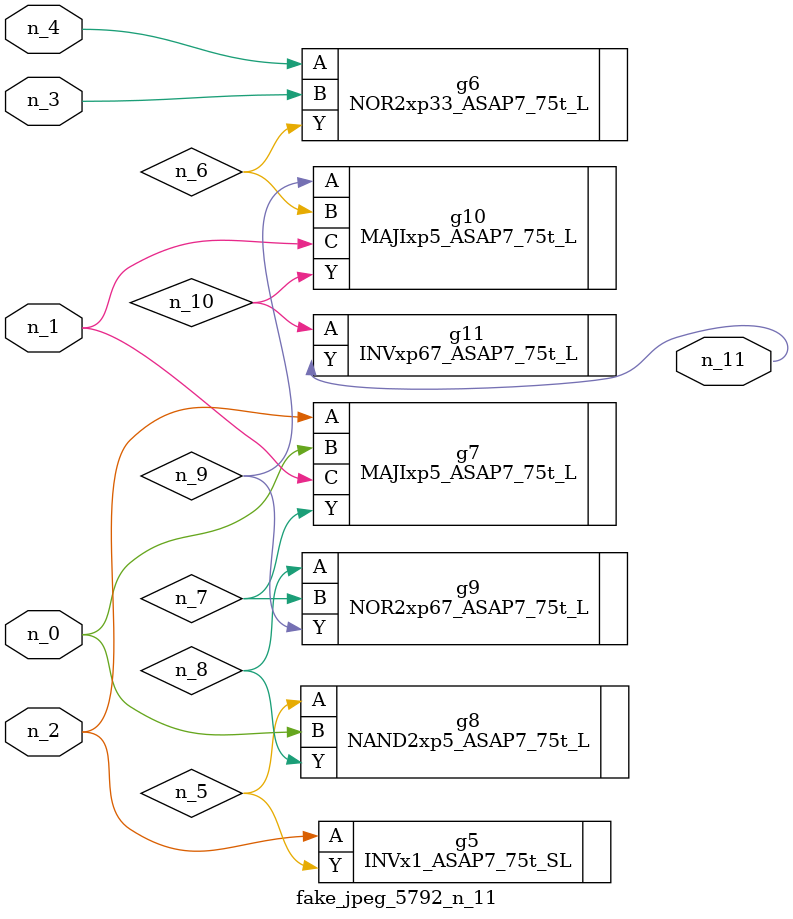
<source format=v>
module fake_jpeg_5792_n_11 (n_3, n_2, n_1, n_0, n_4, n_11);

input n_3;
input n_2;
input n_1;
input n_0;
input n_4;

output n_11;

wire n_10;
wire n_8;
wire n_9;
wire n_6;
wire n_5;
wire n_7;

INVx1_ASAP7_75t_SL g5 ( 
.A(n_2),
.Y(n_5)
);

NOR2xp33_ASAP7_75t_L g6 ( 
.A(n_4),
.B(n_3),
.Y(n_6)
);

MAJIxp5_ASAP7_75t_L g7 ( 
.A(n_2),
.B(n_0),
.C(n_1),
.Y(n_7)
);

NAND2xp5_ASAP7_75t_L g8 ( 
.A(n_5),
.B(n_0),
.Y(n_8)
);

NOR2xp67_ASAP7_75t_L g9 ( 
.A(n_8),
.B(n_7),
.Y(n_9)
);

MAJIxp5_ASAP7_75t_L g10 ( 
.A(n_9),
.B(n_6),
.C(n_1),
.Y(n_10)
);

INVxp67_ASAP7_75t_L g11 ( 
.A(n_10),
.Y(n_11)
);


endmodule
</source>
